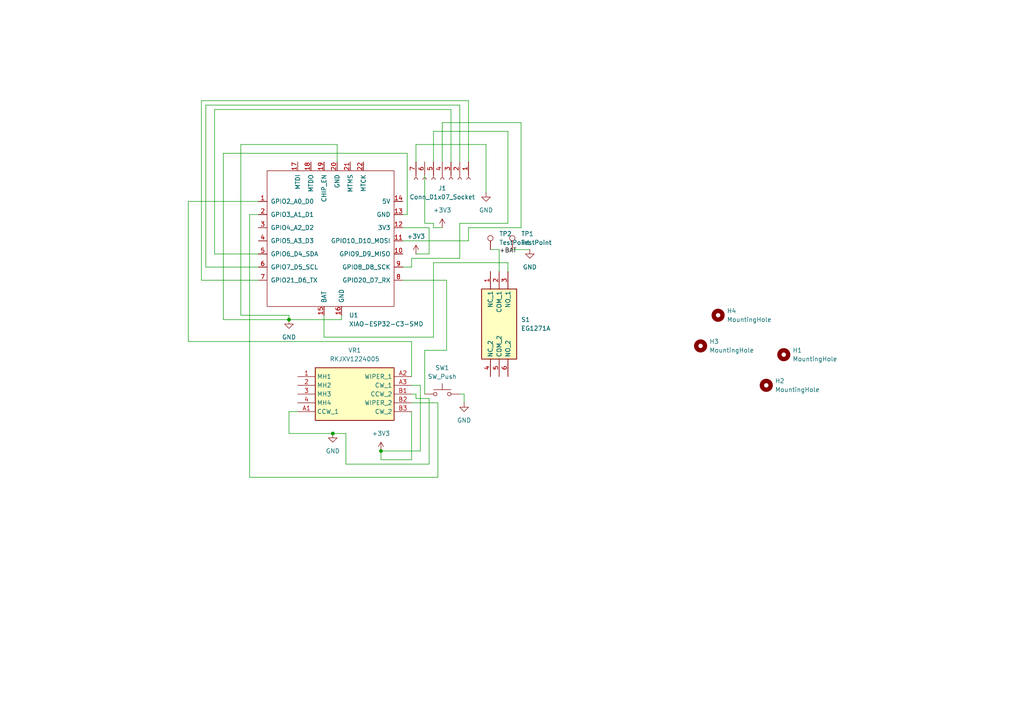
<source format=kicad_sch>
(kicad_sch (version 20250114) (generator "eeschema") (generator_version "9.0")
  (paper "A4")
  (lib_symbols
    (symbol "Connector:Conn_01x07_Socket" (pin_names (offset 1.016) (hide yes))
      (property "Reference" "J" (at 0 10.16 0))
      (property "Value" "Conn_01x07_Socket" (at 0 -10.16 0))
      (symbol "Conn_01x07_Socket_1_1"
        (polyline (pts (xy -1.27 7.62) (xy -0.508 7.62)) (stroke (width 0.1524)))
        (polyline (pts (xy -1.27 5.08) (xy -0.508 5.08)) (stroke (width 0.1524)))
        (polyline (pts (xy -1.27 2.54) (xy -0.508 2.54)) (stroke (width 0.1524)))
        (polyline (pts (xy -1.27 0) (xy -0.508 0)) (stroke (width 0.1524)))
        (polyline (pts (xy -1.27 -2.54) (xy -0.508 -2.54)) (stroke (width 0.1524)))
        (polyline (pts (xy -1.27 -5.08) (xy -0.508 -5.08)) (stroke (width 0.1524)))
        (polyline (pts (xy -1.27 -7.62) (xy -0.508 -7.62)) (stroke (width 0.1524)))
        (arc (start 0 7.112) (mid -0.5058 7.62) (end 0 8.128) (stroke (width 0.1524)))
        (arc (start 0 4.572) (mid -0.5058 5.08) (end 0 5.588) (stroke (width 0.1524)))
        (arc (start 0 2.032) (mid -0.5058 2.54) (end 0 3.048) (stroke (width 0.1524)))
        (arc (start 0 -0.508) (mid -0.5058 0) (end 0 0.508) (stroke (width 0.1524)))
        (arc (start 0 -3.048) (mid -0.5058 -2.54) (end 0 -2.032) (stroke (width 0.1524)))
        (arc (start 0 -5.588) (mid -0.5058 -5.08) (end 0 -4.572) (stroke (width 0.1524)))
        (arc (start 0 -8.128) (mid -0.5058 -7.62) (end 0 -7.112) (stroke (width 0.1524)))
        (pin passive line (at -5.08 7.62 0) (length 3.81) (name "Pin_1") (number "1"))
        (pin passive line (at -5.08 5.08 0) (length 3.81) (name "Pin_2") (number "2"))
        (pin passive line (at -5.08 2.54 0) (length 3.81) (name "Pin_3") (number "3"))
        (pin passive line (at -5.08 0 0) (length 3.81) (name "Pin_4") (number "4"))
        (pin passive line (at -5.08 -2.54 0) (length 3.81) (name "Pin_5") (number "5"))
        (pin passive line (at -5.08 -5.08 0) (length 3.81) (name "Pin_6") (number "6"))
        (pin passive line (at -5.08 -7.62 0) (length 3.81) (name "Pin_7") (number "7"))
      )
    )
    (symbol "Connector:TestPoint" (pin_numbers (hide yes)) (pin_names (offset 0.762) (hide yes))
      (property "Reference" "TP" (at 0 6.858 0))
      (property "Value" "TestPoint" (at 0 5.08 0))
      (symbol "TestPoint_0_1"
        (circle (center 0 3.302) (radius 0.762))
      )
      (symbol "TestPoint_1_1"
        (pin passive line (at 0 0 90) (length 2.54) (name "1") (number "1"))
      )
    )
    (symbol "EG1271A:EG1271A"
      (property "Reference" "S" (at 26.67 7.62 0))
      (property "Value" "EG1271A" (at 26.67 5.08 0))
      (symbol "EG1271A_1_1"
        (rectangle (start 5.08 2.54) (end 25.4 -7.62) (stroke (width 0.254)) (fill (type background)))
        (pin passive line (at 0 0 0) (length 5.08) (name "NC_2") (number "4"))
        (pin passive line (at 0 -2.54 0) (length 5.08) (name "COM_2") (number "5"))
        (pin passive line (at 0 -5.08 0) (length 5.08) (name "NO_2") (number "6"))
        (pin passive line (at 30.48 0 180) (length 5.08) (name "NC_1") (number "1"))
        (pin passive line (at 30.48 -2.54 180) (length 5.08) (name "COM_1") (number "2"))
        (pin passive line (at 30.48 -5.08 180) (length 5.08) (name "NO_1") (number "3"))
      )
    )
    (symbol "Mechanical:MountingHole" (pin_names (offset 1.016)) (in_bom no)
      (property "Reference" "H" (at 0 5.08 0))
      (property "Value" "MountingHole" (at 0 3.175 0))
      (symbol "MountingHole_0_1"
        (circle (center 0 0) (radius 1.27) (stroke (width 1.27)))
      )
    )
    (symbol "RKJXV1224005:RKJXV1224005"
      (property "Reference" "VR" (at 29.21 7.62 0))
      (property "Value" "RKJXV1224005" (at 29.21 5.08 0))
      (symbol "RKJXV1224005_1_1"
        (rectangle (start 5.08 2.54) (end 27.94 -12.7) (stroke (width 0.254)) (fill (type background)))
        (pin passive line (at 0 0 0) (length 5.08) (name "MH1") (number "1"))
        (pin passive line (at 0 -2.54 0) (length 5.08) (name "MH2") (number "2"))
        (pin passive line (at 0 -5.08 0) (length 5.08) (name "MH3") (number "3"))
        (pin passive line (at 0 -7.62 0) (length 5.08) (name "MH4") (number "4"))
        (pin passive line (at 0 -10.16 0) (length 5.08) (name "CCW_1") (number "A1"))
        (pin passive line (at 33.02 0 180) (length 5.08) (name "WIPER_1") (number "A2"))
        (pin passive line (at 33.02 -2.54 180) (length 5.08) (name "CW_1") (number "A3"))
        (pin passive line (at 33.02 -5.08 180) (length 5.08) (name "CCW_2") (number "B1"))
        (pin passive line (at 33.02 -7.62 180) (length 5.08) (name "WIPER_2") (number "B2"))
        (pin passive line (at 33.02 -10.16 180) (length 5.08) (name "CW_2") (number "B3"))
      )
    )
    (symbol "Seeed_Studio_XIAO_Series:XIAO-ESP32-C3-SMD" (pin_names (offset 1.016))
      (property "Reference" "U" (at -18.542 23.114 0))
      (property "Value" "XIAO-ESP32-C3-SMD" (at -8.382 21.336 0))
      (symbol "XIAO-ESP32-C3-SMD_0_1"
        (rectangle (start -19.05 20.32) (end 17.78 -19.05))
      )
      (symbol "XIAO-ESP32-C3-SMD_1_1"
        (pin passive line (at -21.59 11.43 0) (length 2.54) (name "GPIO2_A0_D0") (number "1"))
        (pin passive line (at -21.59 7.62 0) (length 2.54) (name "GPIO3_A1_D1") (number "2"))
        (pin passive line (at -21.59 3.81 0) (length 2.54) (name "GPIO4_A2_D2") (number "3"))
        (pin passive line (at -21.59 0 0) (length 2.54) (name "GPIO5_A3_D3") (number "4"))
        (pin passive line (at -21.59 -3.81 0) (length 2.54) (name "GPIO6_D4_SDA") (number "5"))
        (pin passive line (at -21.59 -7.62 0) (length 2.54) (name "GPIO7_D5_SCL") (number "6"))
        (pin passive line (at -21.59 -11.43 0) (length 2.54) (name "GPIO21_D6_TX") (number "7"))
        (pin passive line (at -10.16 22.86 270) (length 2.54) (name "MTDI") (number "17"))
        (pin passive line (at -6.35 22.86 270) (length 2.54) (name "MTDO") (number "18"))
        (pin passive line (at -2.54 22.86 270) (length 2.54) (name "CHIP_EN") (number "19"))
        (pin passive line (at -2.54 -21.59 90) (length 2.54) (name "BAT") (number "15"))
        (pin passive line (at 1.27 22.86 270) (length 2.54) (name "GND") (number "20"))
        (pin passive line (at 2.54 -21.59 90) (length 2.54) (name "GND") (number "16"))
        (pin passive line (at 5.08 22.86 270) (length 2.54) (name "MTMS") (number "21"))
        (pin passive line (at 8.89 22.86 270) (length 2.54) (name "MTCK") (number "22"))
        (pin passive line (at 20.32 11.43 180) (length 2.54) (name "5V") (number "14"))
        (pin passive line (at 20.32 7.62 180) (length 2.54) (name "GND") (number "13"))
        (pin passive line (at 20.32 3.81 180) (length 2.54) (name "3V3") (number "12"))
        (pin passive line (at 20.32 0 180) (length 2.54) (name "GPIO10_D10_MOSI") (number "11"))
        (pin passive line (at 20.32 -3.81 180) (length 2.54) (name "GPIO9_D9_MISO") (number "10"))
        (pin passive line (at 20.32 -7.62 180) (length 2.54) (name "GPIO8_D8_SCK") (number "9"))
        (pin passive line (at 20.32 -11.43 180) (length 2.54) (name "GPIO20_D7_RX") (number "8"))
      )
    )
    (symbol "Switch:SW_Push" (pin_numbers (hide yes)) (pin_names (offset 1.016) (hide yes))
      (property "Reference" "SW" (at 1.27 2.54 0))
      (property "Value" "SW_Push" (at 0 -1.524 0))
      (symbol "SW_Push_0_1"
        (circle (center -2.032 0) (radius 0.508))
        (polyline (pts (xy 0 1.27) (xy 0 3.048)))
        (circle (center 2.032 0) (radius 0.508))
        (polyline (pts (xy 2.54 1.27) (xy -2.54 1.27)))
        (pin passive line (at -5.08 0 0) (length 2.54) (name "1") (number "1"))
        (pin passive line (at 5.08 0 180) (length 2.54) (name "2") (number "2"))
      )
    )
    (symbol "power:+3V3" (power) (pin_numbers (hide yes)) (pin_names (offset 0) (hide yes))
      (property "Value" "+3V3" (at 0 3.556 0))
      (symbol "+3V3_0_1"
        (polyline (pts (xy -0.762 1.27) (xy 0 2.54)))
        (polyline (pts (xy 0 2.54) (xy 0.762 1.27)))
        (polyline (pts (xy 0 0) (xy 0 2.54)))
      )
      (symbol "+3V3_1_1"
        (pin power_in line (at 0 0 90) (length 0) (name "~") (number "1"))
      )
    )
    (symbol "power:GND" (power) (pin_numbers (hide yes)) (pin_names (offset 0) (hide yes))
      (property "Value" "GND" (at 0 -3.81 0))
      (symbol "GND_0_1"
        (polyline (pts (xy 0 0) (xy 0 -1.27) (xy 1.27 -1.27) (xy 0 -2.54) (xy -1.27 -1.27) (xy 0 -1.27)))
      )
      (symbol "GND_1_1"
        (pin power_in line (at 0 0 270) (length 0) (name "~") (number "1"))
      )
    )
  )
  (junction (at 110.49 130.81))
  (junction (at 83.82 92.71))
  (junction (at 96.52 125.73))
  (wire (pts (xy 116.84 66.04) (xy 124.46 66.04)))
  (wire (pts (xy 62.23 73.66) (xy 74.93 73.66)))
  (wire (pts (xy 123.19 101.6) (xy 129.54 101.6)))
  (wire (pts (xy 123.19 114.3) (xy 123.19 101.6)))
  (wire (pts (xy 119.38 133.35) (xy 110.49 133.35)))
  (wire (pts (xy 119.38 77.47) (xy 116.84 77.47)))
  (wire (pts (xy 119.38 111.76) (xy 121.92 111.76)))
  (wire (pts (xy 119.38 119.38) (xy 119.38 133.35)))
  (wire (pts (xy 125.73 76.2) (xy 125.73 97.79)))
  (wire (pts (xy 121.92 111.76) (xy 121.92 130.81)))
  (wire (pts (xy 147.32 76.2) (xy 125.73 76.2)))
  (wire (pts (xy 99.06 91.44) (xy 99.06 92.71)))
  (wire (pts (xy 93.98 91.44) (xy 93.98 97.79)))
  (wire (pts (xy 134.62 114.3) (xy 134.62 116.84)))
  (wire (pts (xy 151.13 35.56) (xy 151.13 66.04)))
  (wire (pts (xy 133.35 74.93) (xy 119.38 74.93)))
  (wire (pts (xy 128.27 35.56) (xy 151.13 35.56)))
  (wire (pts (xy 125.73 66.04) (xy 125.73 64.77)))
  (wire (pts (xy 125.73 97.79) (xy 93.98 97.79)))
  (wire (pts (xy 69.85 91.44) (xy 83.82 91.44)))
  (wire (pts (xy 119.38 116.84) (xy 127 116.84)))
  (wire (pts (xy 64.77 92.71) (xy 83.82 92.71)))
  (wire (pts (xy 147.32 64.77) (xy 133.35 64.77)))
  (wire (pts (xy 133.35 114.3) (xy 134.62 114.3)))
  (wire (pts (xy 118.11 62.23) (xy 118.11 44.45)))
  (wire (pts (xy 110.49 130.81) (xy 110.49 133.35)))
  (wire (pts (xy 83.82 125.73) (xy 96.52 125.73)))
  (wire (pts (xy 100.33 125.73) (xy 96.52 125.73)))
  (wire (pts (xy 54.61 99.06) (xy 54.61 58.42)))
  (wire (pts (xy 59.69 30.48) (xy 59.69 77.47)))
  (wire (pts (xy 83.82 92.71) (xy 99.06 92.71)))
  (wire (pts (xy 144.78 72.39) (xy 144.78 78.74)))
  (wire (pts (xy 120.65 41.91) (xy 120.65 46.99)))
  (wire (pts (xy 128.27 46.99) (xy 128.27 35.56)))
  (wire (pts (xy 58.42 81.28) (xy 74.93 81.28)))
  (wire (pts (xy 72.39 138.43) (xy 72.39 62.23)))
  (wire (pts (xy 121.92 130.81) (xy 110.49 130.81)))
  (wire (pts (xy 144.78 72.39) (xy 142.24 72.39)))
  (wire (pts (xy 133.35 30.48) (xy 59.69 30.48)))
  (wire (pts (xy 151.13 66.04) (xy 135.89 66.04)))
  (wire (pts (xy 148.59 72.39) (xy 153.67 72.39)))
  (wire (pts (xy 64.77 44.45) (xy 64.77 92.71)))
  (wire (pts (xy 130.81 46.99) (xy 130.81 31.75)))
  (wire (pts (xy 62.23 31.75) (xy 62.23 73.66)))
  (wire (pts (xy 135.89 46.99) (xy 135.89 29.21)))
  (wire (pts (xy 54.61 58.42) (xy 74.93 58.42)))
  (wire (pts (xy 147.32 78.74) (xy 147.32 76.2)))
  (wire (pts (xy 124.46 66.04) (xy 124.46 73.66)))
  (wire (pts (xy 97.79 41.91) (xy 69.85 41.91)))
  (wire (pts (xy 125.73 64.77) (xy 123.19 64.77)))
  (wire (pts (xy 86.36 119.38) (xy 83.82 119.38)))
  (wire (pts (xy 100.33 134.62) (xy 100.33 125.73)))
  (wire (pts (xy 124.46 115.57) (xy 124.46 134.62)))
  (wire (pts (xy 124.46 134.62) (xy 100.33 134.62)))
  (wire (pts (xy 58.42 29.21) (xy 58.42 81.28)))
  (wire (pts (xy 140.97 41.91) (xy 120.65 41.91)))
  (wire (pts (xy 128.27 66.04) (xy 125.73 66.04)))
  (wire (pts (xy 127 116.84) (xy 127 138.43)))
  (wire (pts (xy 120.65 114.3) (xy 120.65 115.57)))
  (wire (pts (xy 116.84 62.23) (xy 118.11 62.23)))
  (wire (pts (xy 83.82 91.44) (xy 83.82 92.71)))
  (wire (pts (xy 130.81 31.75) (xy 62.23 31.75)))
  (wire (pts (xy 133.35 64.77) (xy 133.35 74.93)))
  (wire (pts (xy 59.69 77.47) (xy 74.93 77.47)))
  (wire (pts (xy 119.38 114.3) (xy 120.65 114.3)))
  (wire (pts (xy 123.19 64.77) (xy 123.19 46.99)))
  (wire (pts (xy 119.38 109.22) (xy 119.38 99.06)))
  (wire (pts (xy 124.46 73.66) (xy 120.65 73.66)))
  (wire (pts (xy 133.35 46.99) (xy 133.35 30.48)))
  (wire (pts (xy 135.89 66.04) (xy 135.89 69.85)))
  (wire (pts (xy 147.32 38.1) (xy 147.32 64.77)))
  (wire (pts (xy 72.39 62.23) (xy 74.93 62.23)))
  (wire (pts (xy 125.73 38.1) (xy 147.32 38.1)))
  (wire (pts (xy 127 138.43) (xy 72.39 138.43)))
  (wire (pts (xy 119.38 74.93) (xy 119.38 77.47)))
  (wire (pts (xy 69.85 41.91) (xy 69.85 91.44)))
  (wire (pts (xy 120.65 115.57) (xy 124.46 115.57)))
  (wire (pts (xy 129.54 101.6) (xy 129.54 81.28)))
  (wire (pts (xy 135.89 29.21) (xy 58.42 29.21)))
  (wire (pts (xy 140.97 55.88) (xy 140.97 41.91)))
  (wire (pts (xy 135.89 69.85) (xy 116.84 69.85)))
  (wire (pts (xy 119.38 99.06) (xy 54.61 99.06)))
  (wire (pts (xy 125.73 46.99) (xy 125.73 38.1)))
  (wire (pts (xy 129.54 81.28) (xy 116.84 81.28)))
  (wire (pts (xy 118.11 44.45) (xy 64.77 44.45)))
  (wire (pts (xy 83.82 119.38) (xy 83.82 125.73)))
  (wire (pts (xy 97.79 46.99) (xy 97.79 41.91)))
  (label "+BAT" (at 144.78 73.66 0))
  (symbol (lib_id "Mechanical:MountingHole") (at 227.33 102.87 0) (unit 1) (in_bom no)
    (property "Reference" "H1" (at 229.87 101.5999 0) (effects (justify left)))
    (property "Value" "MountingHole" (at 229.87 104.1399 0) (effects (justify left)))
    (property "Footprint" "MountingHole:MountingHole_3.2mm_M3" (effects (hide yes)))
    (property "Description" "Mounting Hole without connection" (effects (hide yes)))
  )
  (symbol (lib_id "power:+3V3") (at 110.49 130.81 0) (unit 1)
    (property "Reference" "#PWR09" (effects (hide yes)))
    (property "Value" "+3V3" (at 110.49 125.73 0))
    (property "Description" "Power symbol creates a global label with name \"+3V3\"" (effects (hide yes)))
  )
  (symbol (lib_id "Connector:TestPoint") (at 148.59 72.39 0) (unit 1)
    (property "Reference" "TP1" (at 151.13 67.8179 0) (effects (justify left)))
    (property "Value" "TestPoint" (at 151.13 70.3579 0) (effects (justify left)))
    (property "Footprint" "TestPoint:TestPoint_Pad_D4.0mm" (effects (hide yes)))
    (property "Description" "test point" (effects (hide yes)))
  )
  (symbol (lib_id "EG1271A:EG1271A") (at 142.24 109.22 90) (unit 1)
    (property "Reference" "S1" (at 151.13 92.7099 90) (effects (justify right)))
    (property "Value" "EG1271A" (at 151.13 95.2499 90) (effects (justify right)))
    (property "Footprint" "EG1271" (effects (hide yes)))
    (property "Datasheet" "https://configured-product-images.s3.amazonaws.com/2D/specs/EG1271A.pdf" (effects (hide yes)))
    (property "Description" "SLIDE, 300mA, 30VDC SPDT, On-On Through Hole" (effects (hide yes)))
    (property "Manufacturer_Name" "E-Switch" (effects (hide yes)))
    (property "Manufacturer_Part_Number" "EG1271A" (effects (hide yes)))
    (property "Mouser Part Number" "612-EG1271A" (effects (hide yes)))
    (property "Mouser Price/Stock" "https://www.mouser.co.uk/ProductDetail/E-Switch/EG1271A?qs=YXf4ACKMM4zsVCD8YMVB7w%3D%3D" (effects (hide yes)))
  )
  (symbol (lib_id "Mechanical:MountingHole") (at 203.2 100.33 0) (unit 1) (in_bom no)
    (property "Reference" "H3" (at 205.74 99.0599 0) (effects (justify left)))
    (property "Value" "MountingHole" (at 205.74 101.5999 0) (effects (justify left)))
    (property "Footprint" "MountingHole:MountingHole_3.2mm_M3" (effects (hide yes)))
    (property "Description" "Mounting Hole without connection" (effects (hide yes)))
  )
  (symbol (lib_id "power:+3V3") (at 120.65 73.66 0) (unit 1)
    (property "Reference" "#PWR08" (effects (hide yes)))
    (property "Value" "+3V3" (at 120.65 68.58 0))
    (property "Description" "Power symbol creates a global label with name \"+3V3\"" (effects (hide yes)))
  )
  (symbol (lib_id "Switch:SW_Push") (at 128.27 114.3 0) (unit 1)
    (property "Reference" "SW1" (at 128.27 106.68 0))
    (property "Value" "SW_Push" (at 128.27 109.22 0))
    (property "Footprint" "PCM_marbastlib-choc:SW_choc_v1_1u" (effects (hide yes)))
    (property "Description" "Push button switch, generic, two pins" (effects (hide yes)))
  )
  (symbol (lib_id "Mechanical:MountingHole") (at 208.28 91.44 0) (unit 1) (in_bom no)
    (property "Reference" "H4" (at 210.82 90.1699 0) (effects (justify left)))
    (property "Value" "MountingHole" (at 210.82 92.7099 0) (effects (justify left)))
    (property "Footprint" "MountingHole:MountingHole_3.2mm_M3" (effects (hide yes)))
    (property "Description" "Mounting Hole without connection" (effects (hide yes)))
  )
  (symbol (lib_id "power:GND") (at 83.82 92.71 0) (unit 1)
    (property "Reference" "#PWR05" (effects (hide yes)))
    (property "Value" "GND" (at 83.82 97.79 0))
    (property "Description" "Power symbol creates a global label with name \"GND\" , ground" (effects (hide yes)))
  )
  (symbol (lib_id "Connector:Conn_01x07_Socket") (at 128.27 52.07 270) (unit 1)
    (property "Reference" "J1" (at 128.27 54.61 90))
    (property "Value" "Conn_01x07_Socket" (at 128.27 57.15 90))
    (property "Footprint" "Connector_PinHeader_2.54mm:PinHeader_1x07_P2.54mm_Vertical" (effects (hide yes)))
    (property "Description" "Generic connector, single row, 01x07, script generated" (effects (hide yes)))
  )
  (symbol (lib_id "Connector:TestPoint") (at 142.24 72.39 0) (unit 1)
    (property "Reference" "TP2" (at 144.78 67.8179 0) (effects (justify left)))
    (property "Value" "TestPoint" (at 144.78 70.3579 0) (effects (justify left)))
    (property "Footprint" "TestPoint:TestPoint_Pad_D4.0mm" (effects (hide yes)))
    (property "Description" "test point" (effects (hide yes)))
  )
  (symbol (lib_id "power:GND") (at 140.97 55.88 0) (unit 1)
    (property "Reference" "#PWR06" (effects (hide yes)))
    (property "Value" "GND" (at 140.97 60.96 0))
    (property "Description" "Power symbol creates a global label with name \"GND\" , ground" (effects (hide yes)))
  )
  (symbol (lib_id "RKJXV1224005:RKJXV1224005") (at 86.36 109.22 0) (unit 1)
    (property "Reference" "VR1" (at 102.87 101.6 0))
    (property "Value" "RKJXV1224005" (at 102.87 104.14 0))
    (property "Footprint" "joystick:RKJXV1224005" (effects (hide yes)))
    (property "Datasheet" "https://tech.alpsalpine.com/e/products/detail/RKJXV1224005/" (effects (hide yes)))
    (property "Description" "Plugin,13x13mm Multi-Directional Switches ROHS, Rotary Potentiometer, 10 kOhm, 1Turn, 12.5 mW" (effects (hide yes)))
    (property "Height" "18.95" (effects (hide yes)))
    (property "Manufacturer_Name" "ALPS Electric" (effects (hide yes)))
    (property "Manufacturer_Part_Number" "RKJXV1224005" (effects (hide yes)))
    (property "Mouser Part Number" "688-RKJXV1224005" (effects (hide yes)))
    (property "Mouser Price/Stock" "https://www.mouser.co.uk/ProductDetail/Alps-Alpine/RKJXV1224005?qs=RiQAlOPxzzAqLSX9lUzx8Q%3D%3D" (effects (hide yes)))
  )
  (symbol (lib_id "power:GND") (at 153.67 72.39 0) (unit 1)
    (property "Reference" "#PWR01" (effects (hide yes)))
    (property "Value" "GND" (at 153.67 77.47 0))
    (property "Description" "Power symbol creates a global label with name \"GND\" , ground" (effects (hide yes)))
  )
  (symbol (lib_id "power:GND") (at 134.62 116.84 0) (unit 1)
    (property "Reference" "#PWR03" (effects (hide yes)))
    (property "Value" "GND" (at 134.62 121.92 0))
    (property "Description" "Power symbol creates a global label with name \"GND\" , ground" (effects (hide yes)))
  )
  (symbol (lib_id "power:GND") (at 96.52 125.73 0) (unit 1)
    (property "Reference" "#PWR04" (effects (hide yes)))
    (property "Value" "GND" (at 96.52 130.81 0))
    (property "Description" "Power symbol creates a global label with name \"GND\" , ground" (effects (hide yes)))
  )
  (symbol (lib_id "Mechanical:MountingHole") (at 222.25 111.76 0) (unit 1) (in_bom no)
    (property "Reference" "H2" (at 224.79 110.4899 0) (effects (justify left)))
    (property "Value" "MountingHole" (at 224.79 113.0299 0) (effects (justify left)))
    (property "Footprint" "MountingHole:MountingHole_3.2mm_M3" (effects (hide yes)))
    (property "Description" "Mounting Hole without connection" (effects (hide yes)))
  )
  (symbol (lib_id "power:+3V3") (at 128.27 66.04 0) (unit 1)
    (property "Reference" "#PWR07" (effects (hide yes)))
    (property "Value" "+3V3" (at 128.27 60.96 0))
    (property "Description" "Power symbol creates a global label with name \"+3V3\"" (effects (hide yes)))
  )
  (symbol (lib_id "Seeed_Studio_XIAO_Series:XIAO-ESP32-C3-SMD") (at 96.52 69.85 0) (unit 1)
    (property "Reference" "U1" (at 101.2033 91.44 0) (effects (justify left)))
    (property "Value" "XIAO-ESP32-C3-SMD" (at 101.2033 93.98 0) (effects (justify left)))
    (property "Footprint" "Seeed Studio XIAO Series Library:XIAO-ESP32C3-SMD-modified" (effects (hide yes)))
  )
)
</source>
